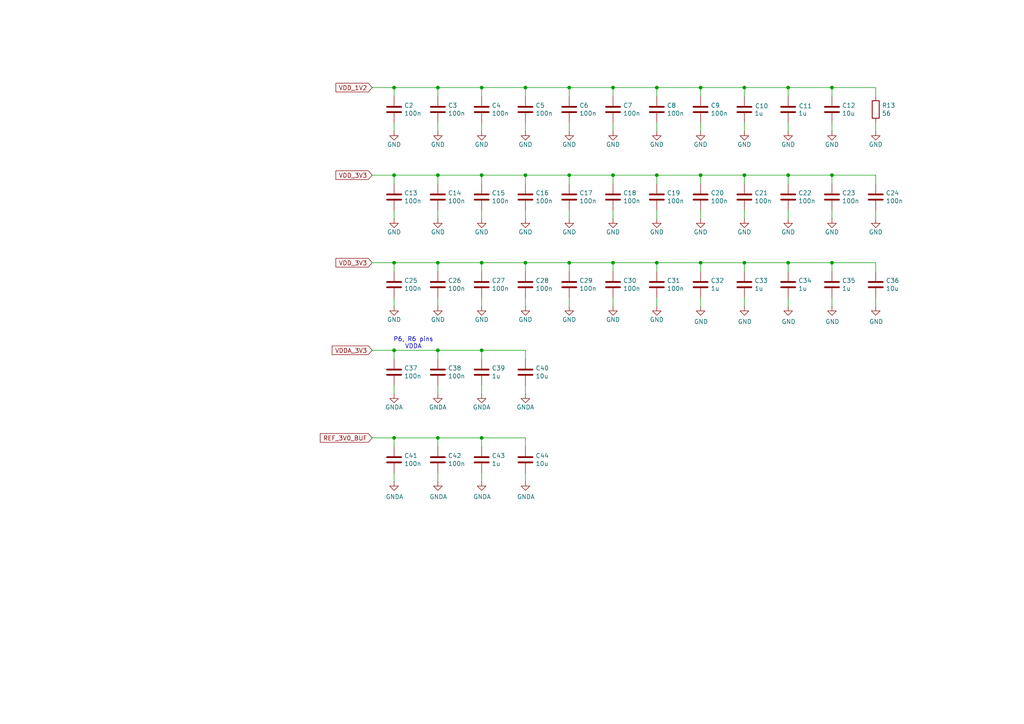
<source format=kicad_sch>
(kicad_sch (version 20231120) (generator "eeschema") (generator_version "8.0")
  (paper "A4")
  (title_block (title "Open MOtor DRiver Initiative  - Single Axis (OMODRI_SA)") (date "2025-03-06") (rev "1.0") (company "LAAS/CNRS"))
  (junction (at 165.1 25.4))
  (junction (at 228.6 50.8))
  (junction (at 228.6 76.2))
  (junction (at 139.7 76.2))
  (junction (at 114.3 127))
  (junction (at 215.9 25.4))
  (junction (at 139.7 50.8))
  (junction (at 114.3 101.6))
  (junction (at 190.5 25.4))
  (junction (at 165.1 50.8))
  (junction (at 241.3 50.8))
  (junction (at 241.3 76.2))
  (junction (at 127 127))
  (junction (at 139.7 101.6))
  (junction (at 203.2 76.2))
  (junction (at 114.3 50.8))
  (junction (at 114.3 25.4))
  (junction (at 152.4 25.4))
  (junction (at 241.3 25.4))
  (junction (at 152.4 50.8))
  (junction (at 177.8 50.8))
  (junction (at 203.2 50.8))
  (junction (at 165.1 76.2))
  (junction (at 152.4 76.2))
  (junction (at 215.9 76.2))
  (junction (at 177.8 25.4))
  (junction (at 127 50.8))
  (junction (at 203.2 25.4))
  (junction (at 190.5 50.8))
  (junction (at 190.5 76.2))
  (junction (at 114.3 76.2))
  (junction (at 215.9 50.8))
  (junction (at 127 76.2))
  (junction (at 127 25.4))
  (junction (at 139.7 25.4))
  (junction (at 177.8 76.2))
  (junction (at 139.7 127))
  (junction (at 228.6 25.4))
  (junction (at 127 101.6))
  (wire (pts (xy 215.9 25.4) (xy 215.9 27.94)))
  (wire (pts (xy 228.6 25.4) (xy 241.3 25.4)))
  (wire (pts (xy 127 104.14) (xy 127 101.6)))
  (wire (pts (xy 165.1 25.4) (xy 177.8 25.4)))
  (wire (pts (xy 177.8 63.5) (xy 177.8 60.96)))
  (wire (pts (xy 241.3 35.56) (xy 241.3 38.1)))
  (wire (pts (xy 215.9 63.5) (xy 215.9 60.96)))
  (wire (pts (xy 241.3 63.5) (xy 241.3 60.96)))
  (wire (pts (xy 139.7 76.2) (xy 139.7 78.74)))
  (wire (pts (xy 203.2 25.4) (xy 203.2 27.94)))
  (wire (pts (xy 228.6 76.2) (xy 228.6 78.74)))
  (wire (pts (xy 139.7 137.16) (xy 139.7 139.7)))
  (wire (pts (xy 114.3 104.14) (xy 114.3 101.6)))
  (wire (pts (xy 241.3 50.8) (xy 241.3 53.34)))
  (wire (pts (xy 114.3 127) (xy 127 127)))
  (wire (pts (xy 254 27.94) (xy 254 25.4)))
  (wire (pts (xy 139.7 88.9) (xy 139.7 86.36)))
  (wire (pts (xy 152.4 88.9) (xy 152.4 86.36)))
  (wire (pts (xy 114.3 137.16) (xy 114.3 139.7)))
  (wire (pts (xy 152.4 63.5) (xy 152.4 60.96)))
  (wire (pts (xy 139.7 101.6) (xy 152.4 101.6)))
  (wire (pts (xy 203.2 50.8) (xy 215.9 50.8)))
  (wire (pts (xy 165.1 76.2) (xy 165.1 78.74)))
  (wire (pts (xy 190.5 25.4) (xy 190.5 27.94)))
  (wire (pts (xy 165.1 25.4) (xy 165.1 27.94)))
  (wire (pts (xy 215.9 76.2) (xy 215.9 78.74)))
  (wire (pts (xy 254 63.5) (xy 254 60.96)))
  (wire (pts (xy 203.2 86.36) (xy 203.2 88.9)))
  (wire (pts (xy 114.3 76.2) (xy 114.3 78.74)))
  (wire (pts (xy 177.8 27.94) (xy 177.8 25.4)))
  (wire (pts (xy 139.7 111.76) (xy 139.7 114.3)))
  (wire (pts (xy 190.5 63.5) (xy 190.5 60.96)))
  (wire (pts (xy 228.6 86.36) (xy 228.6 88.9)))
  (wire (pts (xy 127 76.2) (xy 139.7 76.2)))
  (wire (pts (xy 241.3 76.2) (xy 254 76.2)))
  (wire (pts (xy 114.3 88.9) (xy 114.3 86.36)))
  (wire (pts (xy 165.1 50.8) (xy 177.8 50.8)))
  (wire (pts (xy 215.9 50.8) (xy 228.6 50.8)))
  (wire (pts (xy 203.2 63.5) (xy 203.2 60.96)))
  (wire (pts (xy 190.5 76.2) (xy 190.5 78.74)))
  (wire (pts (xy 114.3 25.4) (xy 107.95 25.4)))
  (wire (pts (xy 215.9 86.36) (xy 215.9 88.9)))
  (wire (pts (xy 139.7 127) (xy 139.7 129.54)))
  (wire (pts (xy 165.1 88.9) (xy 165.1 86.36)))
  (wire (pts (xy 139.7 50.8) (xy 152.4 50.8)))
  (wire (pts (xy 241.3 27.94) (xy 241.3 25.4)))
  (wire (pts (xy 139.7 127) (xy 152.4 127)))
  (wire (pts (xy 127 63.5) (xy 127 60.96)))
  (wire (pts (xy 190.5 25.4) (xy 203.2 25.4)))
  (wire (pts (xy 114.3 127) (xy 114.3 129.54)))
  (wire (pts (xy 228.6 50.8) (xy 228.6 53.34)))
  (wire (pts (xy 127 88.9) (xy 127 86.36)))
  (wire (pts (xy 228.6 50.8) (xy 241.3 50.8)))
  (wire (pts (xy 215.9 76.2) (xy 228.6 76.2)))
  (wire (pts (xy 254 86.36) (xy 254 88.9)))
  (wire (pts (xy 241.3 25.4) (xy 254 25.4)))
  (wire (pts (xy 127 101.6) (xy 139.7 101.6)))
  (wire (pts (xy 215.9 25.4) (xy 228.6 25.4)))
  (wire (pts (xy 127 127) (xy 139.7 127)))
  (wire (pts (xy 152.4 38.1) (xy 152.4 35.56)))
  (wire (pts (xy 127 127) (xy 127 129.54)))
  (wire (pts (xy 139.7 76.2) (xy 152.4 76.2)))
  (wire (pts (xy 114.3 27.94) (xy 114.3 25.4)))
  (wire (pts (xy 127 38.1) (xy 127 35.56)))
  (wire (pts (xy 165.1 76.2) (xy 177.8 76.2)))
  (wire (pts (xy 139.7 63.5) (xy 139.7 60.96)))
  (wire (pts (xy 177.8 76.2) (xy 177.8 78.74)))
  (wire (pts (xy 241.3 86.36) (xy 241.3 88.9)))
  (wire (pts (xy 165.1 63.5) (xy 165.1 60.96)))
  (wire (pts (xy 203.2 76.2) (xy 215.9 76.2)))
  (wire (pts (xy 241.3 50.8) (xy 254 50.8)))
  (wire (pts (xy 228.6 35.56) (xy 228.6 38.1)))
  (wire (pts (xy 215.9 35.56) (xy 215.9 38.1)))
  (wire (pts (xy 177.8 38.1) (xy 177.8 35.56)))
  (wire (pts (xy 190.5 38.1) (xy 190.5 35.56)))
  (wire (pts (xy 254 76.2) (xy 254 78.74)))
  (wire (pts (xy 127 76.2) (xy 127 78.74)))
  (wire (pts (xy 190.5 50.8) (xy 190.5 53.34)))
  (wire (pts (xy 228.6 25.4) (xy 228.6 27.94)))
  (wire (pts (xy 139.7 25.4) (xy 139.7 27.94)))
  (wire (pts (xy 127 50.8) (xy 127 53.34)))
  (wire (pts (xy 177.8 76.2) (xy 190.5 76.2)))
  (wire (pts (xy 254 38.1) (xy 254 35.56)))
  (wire (pts (xy 114.3 53.34) (xy 114.3 50.8)))
  (wire (pts (xy 203.2 53.34) (xy 203.2 50.8)))
  (wire (pts (xy 107.95 101.6) (xy 114.3 101.6)))
  (wire (pts (xy 127 50.8) (xy 139.7 50.8)))
  (wire (pts (xy 114.3 101.6) (xy 127 101.6)))
  (wire (pts (xy 127 137.16) (xy 127 139.7)))
  (wire (pts (xy 107.95 76.2) (xy 114.3 76.2)))
  (wire (pts (xy 215.9 50.8) (xy 215.9 53.34)))
  (wire (pts (xy 203.2 38.1) (xy 203.2 35.56)))
  (wire (pts (xy 177.8 88.9) (xy 177.8 86.36)))
  (wire (pts (xy 152.4 25.4) (xy 165.1 25.4)))
  (wire (pts (xy 228.6 76.2) (xy 241.3 76.2)))
  (wire (pts (xy 139.7 25.4) (xy 152.4 25.4)))
  (wire (pts (xy 190.5 88.9) (xy 190.5 86.36)))
  (wire (pts (xy 127 25.4) (xy 127 27.94)))
  (wire (pts (xy 107.95 127) (xy 114.3 127)))
  (wire (pts (xy 139.7 38.1) (xy 139.7 35.56)))
  (wire (pts (xy 139.7 101.6) (xy 139.7 104.14)))
  (wire (pts (xy 152.4 76.2) (xy 165.1 76.2)))
  (wire (pts (xy 114.3 50.8) (xy 107.95 50.8)))
  (wire (pts (xy 190.5 50.8) (xy 203.2 50.8)))
  (wire (pts (xy 114.3 50.8) (xy 127 50.8)))
  (wire (pts (xy 114.3 76.2) (xy 127 76.2)))
  (wire (pts (xy 114.3 38.1) (xy 114.3 35.56)))
  (wire (pts (xy 114.3 63.5) (xy 114.3 60.96)))
  (wire (pts (xy 152.4 50.8) (xy 152.4 53.34)))
  (wire (pts (xy 127 25.4) (xy 139.7 25.4)))
  (wire (pts (xy 190.5 76.2) (xy 203.2 76.2)))
  (wire (pts (xy 241.3 76.2) (xy 241.3 78.74)))
  (wire (pts (xy 152.4 25.4) (xy 152.4 27.94)))
  (wire (pts (xy 152.4 137.16) (xy 152.4 139.7)))
  (wire (pts (xy 127 114.3) (xy 127 111.76)))
  (wire (pts (xy 152.4 76.2) (xy 152.4 78.74)))
  (wire (pts (xy 165.1 38.1) (xy 165.1 35.56)))
  (wire (pts (xy 152.4 50.8) (xy 165.1 50.8)))
  (wire (pts (xy 114.3 114.3) (xy 114.3 111.76)))
  (wire (pts (xy 177.8 25.4) (xy 190.5 25.4)))
  (wire (pts (xy 152.4 127) (xy 152.4 129.54)))
  (wire (pts (xy 152.4 101.6) (xy 152.4 104.14)))
  (wire (pts (xy 165.1 50.8) (xy 165.1 53.34)))
  (wire (pts (xy 254 50.8) (xy 254 53.34)))
  (wire (pts (xy 152.4 111.76) (xy 152.4 114.3)))
  (wire (pts (xy 203.2 76.2) (xy 203.2 78.74)))
  (wire (pts (xy 177.8 50.8) (xy 177.8 53.34)))
  (wire (pts (xy 177.8 50.8) (xy 190.5 50.8)))
  (wire (pts (xy 139.7 50.8) (xy 139.7 53.34)))
  (wire (pts (xy 203.2 25.4) (xy 215.9 25.4)))
  (wire (pts (xy 228.6 63.5) (xy 228.6 60.96)))
  (wire (pts (xy 114.3 25.4) (xy 127 25.4)))
  (text "P6, R6 pins\nVDDA" (at 119.888 99.568 0) (effects (font (size 1.27 1.27))))
  (global_label "VDD_3V3" (shape input) (at 107.95 76.2 180) (property "Intersheetrefs" "${INTERSHEET_REFS}" (effects (hide yes))) (property "Références Inter-Feuilles" "${INTERSHEET_REFS}" (effects (hide yes))))
  (global_label "VDD_1V2" (shape input) (at 107.95 25.4 180) (property "Intersheetrefs" "${INTERSHEET_REFS}" (effects (hide yes))) (property "Références Inter-Feuilles" "${INTERSHEET_REFS}" (effects (hide yes))))
  (global_label "REF_3V0_BUF" (shape input) (at 107.95 127 180) (property "Intersheetrefs" "${INTERSHEET_REFS}" (effects (hide yes))) (property "Références Inter-Feuilles" "${INTERSHEET_REFS}" (effects (hide yes))))
  (global_label "VDD_3V3" (shape input) (at 107.95 50.8 180) (property "Intersheetrefs" "${INTERSHEET_REFS}" (effects (hide yes))) (property "Références Inter-Feuilles" "${INTERSHEET_REFS}" (effects (hide yes))))
  (global_label "VDDA_3V3" (shape input) (at 107.95 101.6 180) (property "Intersheetrefs" "${INTERSHEET_REFS}" (effects (hide yes))) (property "Références Inter-Feuilles" "${INTERSHEET_REFS}" (effects (hide yes))))
  (symbol (lib_id "Device:R") (at 254 31.75 0) (unit 1)
    (property "Reference" "R13" (at 255.778 30.5816 0) (effects (justify left)))
    (property "Value" "56" (at 255.778 32.893 0) (effects (justify left)))
    (property "Footprint" "Resistor_SMD:R_1206_3216Metric" (effects (hide yes)))
    (property "Datasheet" "https://industrial.panasonic.com/cdbs/www-data/pdf/RDA0000/AOA0000C304.pdf" (effects (hide yes)))
    (property "Description" "1206, 56Ω, 0.25W, ±1%, SMD  resistor" (effects (hide yes)))
    (property "DigiKey" "P56.0FCT-ND" (effects (hide yes)))
    (property "Farnell" "4014653" (effects (hide yes)))
    (property "Mouser" "667-ERJ-8ENF56R0V" (effects (hide yes)))
    (property "Part No" "ERJ8ENF56R0V" (effects (hide yes)))
    (property "LCSC" "C5735264" (effects (hide yes)))
    (property "Manufacturer" "PANASONIC" (effects (hide yes)))
    (property "Assembling" "SMD" (effects (hide yes)))
    (property "RS" "282-471" (effects (hide yes)))
  )
  (symbol (lib_id "Device:C") (at 177.8 31.75 0) (unit 1)
    (property "Reference" "C7" (at 180.721 30.5816 0) (effects (justify left)))
    (property "Value" "100n" (at 180.721 32.893 0) (effects (justify left)))
    (property "Footprint" "Capacitor_SMD:C_0201_0603Metric" (effects (hide yes)))
    (property "Datasheet" "https://www.murata.com/en-eu/products/productdetail?partno=GRM033R61E104KE14%23" (effects (hide yes)))
    (property "Description" "0201, 100nf, 25V,  ±10%, X5R, SMD MLCC" (effects (hide yes)))
    (property "Part No" "GRM033R61E104KE14D" (effects (hide yes)))
    (property "Farnell" "2990693" (effects (hide yes)))
    (property "RS" "185-2066" (effects (hide yes)))
    (property "Mouser" "81-GRM033R61E104KE4D" (effects (hide yes)))
    (property "DigiKey" "490-12686-1-ND" (effects (hide yes)))
    (property "LCSC" "C76939" (effects (hide yes)))
    (property "Manufacturer" "MURATA" (effects (hide yes)))
    (property "Assembling" "SMD" (effects (hide yes)))
  )
  (symbol (lib_id "Device:C") (at 190.5 31.75 0) (unit 1)
    (property "Reference" "C8" (at 193.421 30.5816 0) (effects (justify left)))
    (property "Value" "100n" (at 193.421 32.893 0) (effects (justify left)))
    (property "Footprint" "Capacitor_SMD:C_0201_0603Metric" (effects (hide yes)))
    (property "Datasheet" "https://www.murata.com/en-eu/products/productdetail?partno=GRM033R61E104KE14%23" (effects (hide yes)))
    (property "Description" "0201, 100nf, 25V,  ±10%, X5R, SMD MLCC" (effects (hide yes)))
    (property "Part No" "GRM033R61E104KE14D" (effects (hide yes)))
    (property "Farnell" "2990693" (effects (hide yes)))
    (property "RS" "185-2066" (effects (hide yes)))
    (property "Mouser" "81-GRM033R61E104KE4D" (effects (hide yes)))
    (property "DigiKey" "490-12686-1-ND" (effects (hide yes)))
    (property "LCSC" "C76939" (effects (hide yes)))
    (property "Manufacturer" "MURATA" (effects (hide yes)))
    (property "Assembling" "SMD" (effects (hide yes)))
  )
  (symbol (lib_id "Device:C") (at 114.3 57.15 0) (unit 1)
    (property "Reference" "C13" (at 117.221 55.9816 0) (effects (justify left)))
    (property "Value" "100n" (at 117.221 58.293 0) (effects (justify left)))
    (property "Footprint" "Capacitor_SMD:C_0201_0603Metric" (effects (hide yes)))
    (property "Datasheet" "https://www.murata.com/en-eu/products/productdetail?partno=GRM033R61E104KE14%23" (effects (hide yes)))
    (property "Description" "0201, 100nf, 25V,  ±10%, X5R, SMD MLCC" (effects (hide yes)))
    (property "Part No" "GRM033R61E104KE14D" (effects (hide yes)))
    (property "Farnell" "2990693" (effects (hide yes)))
    (property "RS" "185-2066" (effects (hide yes)))
    (property "Mouser" "81-GRM033R61E104KE4D" (effects (hide yes)))
    (property "DigiKey" "490-12686-1-ND" (effects (hide yes)))
    (property "LCSC" "C76939" (effects (hide yes)))
    (property "Manufacturer" "MURATA" (effects (hide yes)))
    (property "Assembling" "SMD" (effects (hide yes)))
  )
  (symbol (lib_id "Device:C") (at 127 57.15 0) (unit 1)
    (property "Reference" "C14" (at 129.921 55.9816 0) (effects (justify left)))
    (property "Value" "100n" (at 129.921 58.293 0) (effects (justify left)))
    (property "Footprint" "Capacitor_SMD:C_0201_0603Metric" (effects (hide yes)))
    (property "Datasheet" "https://www.murata.com/en-eu/products/productdetail?partno=GRM033R61E104KE14%23" (effects (hide yes)))
    (property "Description" "0201, 100nf, 25V,  ±10%, X5R, SMD MLCC" (effects (hide yes)))
    (property "Part No" "GRM033R61E104KE14D" (effects (hide yes)))
    (property "Farnell" "2990693" (effects (hide yes)))
    (property "RS" "185-2066" (effects (hide yes)))
    (property "Mouser" "81-GRM033R61E104KE4D" (effects (hide yes)))
    (property "DigiKey" "490-12686-1-ND" (effects (hide yes)))
    (property "LCSC" "C76939" (effects (hide yes)))
    (property "Manufacturer" "MURATA" (effects (hide yes)))
    (property "Assembling" "SMD" (effects (hide yes)))
  )
  (symbol (lib_id "Device:C") (at 139.7 57.15 0) (unit 1)
    (property "Reference" "C15" (at 142.621 55.9816 0) (effects (justify left)))
    (property "Value" "100n" (at 142.621 58.293 0) (effects (justify left)))
    (property "Footprint" "Capacitor_SMD:C_0201_0603Metric" (effects (hide yes)))
    (property "Datasheet" "https://www.murata.com/en-eu/products/productdetail?partno=GRM033R61E104KE14%23" (effects (hide yes)))
    (property "Description" "0201, 100nf, 25V,  ±10%, X5R, SMD MLCC" (effects (hide yes)))
    (property "Part No" "GRM033R61E104KE14D" (effects (hide yes)))
    (property "Farnell" "2990693" (effects (hide yes)))
    (property "RS" "185-2066" (effects (hide yes)))
    (property "Mouser" "81-GRM033R61E104KE4D" (effects (hide yes)))
    (property "DigiKey" "490-12686-1-ND" (effects (hide yes)))
    (property "LCSC" "C76939" (effects (hide yes)))
    (property "Manufacturer" "MURATA" (effects (hide yes)))
    (property "Assembling" "SMD" (effects (hide yes)))
  )
  (symbol (lib_id "Device:C") (at 152.4 57.15 0) (unit 1)
    (property "Reference" "C16" (at 155.321 55.9816 0) (effects (justify left)))
    (property "Value" "100n" (at 155.321 58.293 0) (effects (justify left)))
    (property "Footprint" "Capacitor_SMD:C_0201_0603Metric" (effects (hide yes)))
    (property "Datasheet" "https://www.murata.com/en-eu/products/productdetail?partno=GRM033R61E104KE14%23" (effects (hide yes)))
    (property "Description" "0201, 100nf, 25V,  ±10%, X5R, SMD MLCC" (effects (hide yes)))
    (property "Part No" "GRM033R61E104KE14D" (effects (hide yes)))
    (property "Farnell" "2990693" (effects (hide yes)))
    (property "RS" "185-2066" (effects (hide yes)))
    (property "Mouser" "81-GRM033R61E104KE4D" (effects (hide yes)))
    (property "DigiKey" "490-12686-1-ND" (effects (hide yes)))
    (property "LCSC" "C76939" (effects (hide yes)))
    (property "Manufacturer" "MURATA" (effects (hide yes)))
    (property "Assembling" "SMD" (effects (hide yes)))
  )
  (symbol (lib_id "Device:C") (at 165.1 57.15 0) (unit 1)
    (property "Reference" "C17" (at 168.021 55.9816 0) (effects (justify left)))
    (property "Value" "100n" (at 168.021 58.293 0) (effects (justify left)))
    (property "Footprint" "Capacitor_SMD:C_0201_0603Metric" (effects (hide yes)))
    (property "Datasheet" "https://www.murata.com/en-eu/products/productdetail?partno=GRM033R61E104KE14%23" (effects (hide yes)))
    (property "Description" "0201, 100nf, 25V,  ±10%, X5R, SMD MLCC" (effects (hide yes)))
    (property "Part No" "GRM033R61E104KE14D" (effects (hide yes)))
    (property "Farnell" "2990693" (effects (hide yes)))
    (property "RS" "185-2066" (effects (hide yes)))
    (property "Mouser" "81-GRM033R61E104KE4D" (effects (hide yes)))
    (property "DigiKey" "490-12686-1-ND" (effects (hide yes)))
    (property "LCSC" "C76939" (effects (hide yes)))
    (property "Manufacturer" "MURATA" (effects (hide yes)))
    (property "Assembling" "SMD" (effects (hide yes)))
  )
  (symbol (lib_id "Device:C") (at 177.8 57.15 0) (unit 1)
    (property "Reference" "C18" (at 180.721 55.9816 0) (effects (justify left)))
    (property "Value" "100n" (at 180.721 58.293 0) (effects (justify left)))
    (property "Footprint" "Capacitor_SMD:C_0201_0603Metric" (effects (hide yes)))
    (property "Datasheet" "https://www.murata.com/en-eu/products/productdetail?partno=GRM033R61E104KE14%23" (effects (hide yes)))
    (property "Description" "0201, 100nf, 25V,  ±10%, X5R, SMD MLCC" (effects (hide yes)))
    (property "Part No" "GRM033R61E104KE14D" (effects (hide yes)))
    (property "Farnell" "2990693" (effects (hide yes)))
    (property "RS" "185-2066" (effects (hide yes)))
    (property "Mouser" "81-GRM033R61E104KE4D" (effects (hide yes)))
    (property "DigiKey" "490-12686-1-ND" (effects (hide yes)))
    (property "LCSC" "C76939" (effects (hide yes)))
    (property "Manufacturer" "MURATA" (effects (hide yes)))
    (property "Assembling" "SMD" (effects (hide yes)))
  )
  (symbol (lib_id "Device:C") (at 190.5 57.15 0) (unit 1)
    (property "Reference" "C19" (at 193.421 55.9816 0) (effects (justify left)))
    (property "Value" "100n" (at 193.421 58.293 0) (effects (justify left)))
    (property "Footprint" "Capacitor_SMD:C_0201_0603Metric" (effects (hide yes)))
    (property "Datasheet" "https://www.murata.com/en-eu/products/productdetail?partno=GRM033R61E104KE14%23" (effects (hide yes)))
    (property "Description" "0201, 100nf, 25V,  ±10%, X5R, SMD MLCC" (effects (hide yes)))
    (property "Part No" "GRM033R61E104KE14D" (effects (hide yes)))
    (property "Farnell" "2990693" (effects (hide yes)))
    (property "RS" "185-2066" (effects (hide yes)))
    (property "Mouser" "81-GRM033R61E104KE4D" (effects (hide yes)))
    (property "DigiKey" "490-12686-1-ND" (effects (hide yes)))
    (property "LCSC" "C76939" (effects (hide yes)))
    (property "Manufacturer" "MURATA" (effects (hide yes)))
    (property "Assembling" "SMD" (effects (hide yes)))
  )
  (symbol (lib_id "Device:C") (at 203.2 57.15 0) (unit 1)
    (property "Reference" "C20" (at 206.121 55.9816 0) (effects (justify left)))
    (property "Value" "100n" (at 206.121 58.293 0) (effects (justify left)))
    (property "Footprint" "Capacitor_SMD:C_0201_0603Metric" (effects (hide yes)))
    (property "Datasheet" "https://www.murata.com/en-eu/products/productdetail?partno=GRM033R61E104KE14%23" (effects (hide yes)))
    (property "Description" "0201, 100nf, 25V,  ±10%, X5R, SMD MLCC" (effects (hide yes)))
    (property "Part No" "GRM033R61E104KE14D" (effects (hide yes)))
    (property "Farnell" "2990693" (effects (hide yes)))
    (property "RS" "185-2066" (effects (hide yes)))
    (property "Mouser" "81-GRM033R61E104KE4D" (effects (hide yes)))
    (property "DigiKey" "490-12686-1-ND" (effects (hide yes)))
    (property "LCSC" "C76939" (effects (hide yes)))
    (property "Manufacturer" "MURATA" (effects (hide yes)))
    (property "Assembling" "SMD" (effects (hide yes)))
  )
  (symbol (lib_id "Device:C") (at 165.1 82.55 0) (unit 1)
    (property "Reference" "C29" (at 168.021 81.3816 0) (effects (justify left)))
    (property "Value" "100n" (at 168.021 83.693 0) (effects (justify left)))
    (property "Footprint" "Capacitor_SMD:C_0201_0603Metric" (effects (hide yes)))
    (property "Datasheet" "https://www.murata.com/en-eu/products/productdetail?partno=GRM033R61E104KE14%23" (effects (hide yes)))
    (property "Description" "0201, 100nf, 25V,  ±10%, X5R, SMD MLCC" (effects (hide yes)))
    (property "Part No" "GRM033R61E104KE14D" (effects (hide yes)))
    (property "Farnell" "2990693" (effects (hide yes)))
    (property "RS" "185-2066" (effects (hide yes)))
    (property "Mouser" "81-GRM033R61E104KE4D" (effects (hide yes)))
    (property "DigiKey" "490-12686-1-ND" (effects (hide yes)))
    (property "LCSC" "C76939" (effects (hide yes)))
    (property "Manufacturer" "MURATA" (effects (hide yes)))
    (property "Assembling" "SMD" (effects (hide yes)))
  )
  (symbol (lib_id "Device:C") (at 177.8 82.55 0) (unit 1)
    (property "Reference" "C30" (at 180.721 81.3816 0) (effects (justify left)))
    (property "Value" "100n" (at 180.721 83.693 0) (effects (justify left)))
    (property "Footprint" "Capacitor_SMD:C_0201_0603Metric" (effects (hide yes)))
    (property "Datasheet" "https://www.murata.com/en-eu/products/productdetail?partno=GRM033R61E104KE14%23" (effects (hide yes)))
    (property "Description" "0201, 100nf, 25V,  ±10%, X5R, SMD MLCC" (effects (hide yes)))
    (property "Part No" "GRM033R61E104KE14D" (effects (hide yes)))
    (property "Farnell" "2990693" (effects (hide yes)))
    (property "RS" "185-2066" (effects (hide yes)))
    (property "Mouser" "81-GRM033R61E104KE4D" (effects (hide yes)))
    (property "DigiKey" "490-12686-1-ND" (effects (hide yes)))
    (property "LCSC" "C76939" (effects (hide yes)))
    (property "Manufacturer" "MURATA" (effects (hide yes)))
    (property "Assembling" "SMD" (effects (hide yes)))
  )
  (symbol (lib_id "Device:C") (at 190.5 82.55 0) (unit 1)
    (property "Reference" "C31" (at 193.421 81.3816 0) (effects (justify left)))
    (property "Value" "100n" (at 193.421 83.693 0) (effects (justify left)))
    (property "Footprint" "Capacitor_SMD:C_0201_0603Metric" (effects (hide yes)))
    (property "Datasheet" "https://www.murata.com/en-eu/products/productdetail?partno=GRM033R61E104KE14%23" (effects (hide yes)))
    (property "Description" "0201, 100nf, 25V,  ±10%, X5R, SMD MLCC" (effects (hide yes)))
    (property "Part No" "GRM033R61E104KE14D" (effects (hide yes)))
    (property "Farnell" "2990693" (effects (hide yes)))
    (property "RS" "185-2066" (effects (hide yes)))
    (property "Mouser" "81-GRM033R61E104KE4D" (effects (hide yes)))
    (property "DigiKey" "490-12686-1-ND" (effects (hide yes)))
    (property "LCSC" "C76939" (effects (hide yes)))
    (property "Manufacturer" "MURATA" (effects (hide yes)))
    (property "Assembling" "SMD" (effects (hide yes)))
  )
  (symbol (lib_id "Device:C") (at 127 82.55 0) (unit 1)
    (property "Reference" "C26" (at 129.921 81.3816 0) (effects (justify left)))
    (property "Value" "100n" (at 129.921 83.693 0) (effects (justify left)))
    (property "Footprint" "Capacitor_SMD:C_0201_0603Metric" (effects (hide yes)))
    (property "Datasheet" "https://www.murata.com/en-eu/products/productdetail?partno=GRM033R61E104KE14%23" (effects (hide yes)))
    (property "Description" "0201, 100nf, 25V,  ±10%, X5R, SMD MLCC" (effects (hide yes)))
    (property "Part No" "GRM033R61E104KE14D" (effects (hide yes)))
    (property "Farnell" "2990693" (effects (hide yes)))
    (property "RS" "185-2066" (effects (hide yes)))
    (property "Mouser" "81-GRM033R61E104KE4D" (effects (hide yes)))
    (property "DigiKey" "490-12686-1-ND" (effects (hide yes)))
    (property "LCSC" "C76939" (effects (hide yes)))
    (property "Manufacturer" "MURATA" (effects (hide yes)))
    (property "Assembling" "SMD" (effects (hide yes)))
  )
  (symbol (lib_id "Device:C") (at 114.3 31.75 0) (unit 1)
    (property "Reference" "C2" (at 117.221 30.5816 0) (effects (justify left)))
    (property "Value" "100n" (at 117.221 32.893 0) (effects (justify left)))
    (property "Footprint" "Capacitor_SMD:C_0201_0603Metric" (effects (hide yes)))
    (property "Datasheet" "https://www.murata.com/en-eu/products/productdetail?partno=GRM033R61E104KE14%23" (effects (hide yes)))
    (property "Description" "0201, 100nf, 25V,  ±10%, X5R, SMD MLCC" (effects (hide yes)))
    (property "Part No" "GRM033R61E104KE14D" (effects (hide yes)))
    (property "Farnell" "2990693" (effects (hide yes)))
    (property "RS" "185-2066" (effects (hide yes)))
    (property "Mouser" "81-GRM033R61E104KE4D" (effects (hide yes)))
    (property "DigiKey" "490-12686-1-ND" (effects (hide yes)))
    (property "LCSC" "C76939" (effects (hide yes)))
    (property "Manufacturer" "MURATA" (effects (hide yes)))
    (property "Assembling" "SMD" (effects (hide yes)))
  )
  (symbol (lib_id "Device:C") (at 127 31.75 0) (unit 1)
    (property "Reference" "C3" (at 129.921 30.5816 0) (effects (justify left)))
    (property "Value" "100n" (at 129.921 32.893 0) (effects (justify left)))
    (property "Footprint" "Capacitor_SMD:C_0201_0603Metric" (effects (hide yes)))
    (property "Datasheet" "https://www.murata.com/en-eu/products/productdetail?partno=GRM033R61E104KE14%23" (effects (hide yes)))
    (property "Description" "0201, 100nf, 25V,  ±10%, X5R, SMD MLCC" (effects (hide yes)))
    (property "Part No" "GRM033R61E104KE14D" (effects (hide yes)))
    (property "Farnell" "2990693" (effects (hide yes)))
    (property "RS" "185-2066" (effects (hide yes)))
    (property "Mouser" "81-GRM033R61E104KE4D" (effects (hide yes)))
    (property "DigiKey" "490-12686-1-ND" (effects (hide yes)))
    (property "LCSC" "C76939" (effects (hide yes)))
    (property "Manufacturer" "MURATA" (effects (hide yes)))
    (property "Assembling" "SMD" (effects (hide yes)))
  )
  (symbol (lib_id "Device:C") (at 139.7 31.75 0) (unit 1)
    (property "Reference" "C4" (at 142.621 30.5816 0) (effects (justify left)))
    (property "Value" "100n" (at 142.621 32.893 0) (effects (justify left)))
    (property "Footprint" "Capacitor_SMD:C_0201_0603Metric" (effects (hide yes)))
    (property "Datasheet" "https://www.murata.com/en-eu/products/productdetail?partno=GRM033R61E104KE14%23" (effects (hide yes)))
    (property "Description" "0201, 100nf, 25V,  ±10%, X5R, SMD MLCC" (effects (hide yes)))
    (property "Part No" "GRM033R61E104KE14D" (effects (hide yes)))
    (property "Farnell" "2990693" (effects (hide yes)))
    (property "RS" "185-2066" (effects (hide yes)))
    (property "Mouser" "81-GRM033R61E104KE4D" (effects (hide yes)))
    (property "DigiKey" "490-12686-1-ND" (effects (hide yes)))
    (property "LCSC" "C76939" (effects (hide yes)))
    (property "Manufacturer" "MURATA" (effects (hide yes)))
    (property "Assembling" "SMD" (effects (hide yes)))
  )
  (symbol (lib_id "Device:C") (at 152.4 31.75 0) (unit 1)
    (property "Reference" "C5" (at 155.321 30.5816 0) (effects (justify left)))
    (property "Value" "100n" (at 155.321 32.893 0) (effects (justify left)))
    (property "Footprint" "Capacitor_SMD:C_0201_0603Metric" (effects (hide yes)))
    (property "Datasheet" "https://www.murata.com/en-eu/products/productdetail?partno=GRM033R61E104KE14%23" (effects (hide yes)))
    (property "Description" "0201, 100nf, 25V,  ±10%, X5R, SMD MLCC" (effects (hide yes)))
    (property "Part No" "GRM033R61E104KE14D" (effects (hide yes)))
    (property "Farnell" "2990693" (effects (hide yes)))
    (property "RS" "185-2066" (effects (hide yes)))
    (property "Mouser" "81-GRM033R61E104KE4D" (effects (hide yes)))
    (property "DigiKey" "490-12686-1-ND" (effects (hide yes)))
    (property "LCSC" "C76939" (effects (hide yes)))
    (property "Manufacturer" "MURATA" (effects (hide yes)))
    (property "Assembling" "SMD" (effects (hide yes)))
  )
  (symbol (lib_id "Device:C") (at 165.1 31.75 0) (unit 1)
    (property "Reference" "C6" (at 168.021 30.5816 0) (effects (justify left)))
    (property "Value" "100n" (at 168.021 32.893 0) (effects (justify left)))
    (property "Footprint" "Capacitor_SMD:C_0201_0603Metric" (effects (hide yes)))
    (property "Datasheet" "https://www.murata.com/en-eu/products/productdetail?partno=GRM033R61E104KE14%23" (effects (hide yes)))
    (property "Description" "0201, 100nf, 25V,  ±10%, X5R, SMD MLCC" (effects (hide yes)))
    (property "Part No" "GRM033R61E104KE14D" (effects (hide yes)))
    (property "Farnell" "2990693" (effects (hide yes)))
    (property "RS" "185-2066" (effects (hide yes)))
    (property "Mouser" "81-GRM033R61E104KE4D" (effects (hide yes)))
    (property "DigiKey" "490-12686-1-ND" (effects (hide yes)))
    (property "LCSC" "C76939" (effects (hide yes)))
    (property "Manufacturer" "MURATA" (effects (hide yes)))
    (property "Assembling" "SMD" (effects (hide yes)))
  )
  (symbol (lib_id "Device:C") (at 139.7 82.55 0) (unit 1)
    (property "Reference" "C27" (at 142.621 81.3816 0) (effects (justify left)))
    (property "Value" "100n" (at 142.621 83.693 0) (effects (justify left)))
    (property "Footprint" "Capacitor_SMD:C_0201_0603Metric" (effects (hide yes)))
    (property "Datasheet" "https://www.murata.com/en-eu/products/productdetail?partno=GRM033R61E104KE14%23" (effects (hide yes)))
    (property "Description" "0201, 100nf, 25V,  ±10%, X5R, SMD MLCC" (effects (hide yes)))
    (property "Part No" "GRM033R61E104KE14D" (effects (hide yes)))
    (property "Farnell" "2990693" (effects (hide yes)))
    (property "RS" "185-2066" (effects (hide yes)))
    (property "Mouser" "81-GRM033R61E104KE4D" (effects (hide yes)))
    (property "DigiKey" "490-12686-1-ND" (effects (hide yes)))
    (property "LCSC" "C76939" (effects (hide yes)))
    (property "Manufacturer" "MURATA" (effects (hide yes)))
    (property "Assembling" "SMD" (effects (hide yes)))
  )
  (symbol (lib_id "Device:C") (at 152.4 82.55 0) (unit 1)
    (property "Reference" "C28" (at 155.321 81.3816 0) (effects (justify left)))
    (property "Value" "100n" (at 155.321 83.693 0) (effects (justify left)))
    (property "Footprint" "Capacitor_SMD:C_0201_0603Metric" (effects (hide yes)))
    (property "Datasheet" "https://www.murata.com/en-eu/products/productdetail?partno=GRM033R61E104KE14%23" (effects (hide yes)))
    (property "Description" "0201, 100nf, 25V,  ±10%, X5R, SMD MLCC" (effects (hide yes)))
    (property "Part No" "GRM033R61E104KE14D" (effects (hide yes)))
    (property "Farnell" "2990693" (effects (hide yes)))
    (property "RS" "185-2066" (effects (hide yes)))
    (property "Mouser" "81-GRM033R61E104KE4D" (effects (hide yes)))
    (property "DigiKey" "490-12686-1-ND" (effects (hide yes)))
    (property "LCSC" "C76939" (effects (hide yes)))
    (property "Manufacturer" "MURATA" (effects (hide yes)))
    (property "Assembling" "SMD" (effects (hide yes)))
  )
  (symbol (lib_id "Device:C") (at 215.9 31.75 0) (unit 1)
    (property "Reference" "C10" (at 218.948 30.734 0) (effects (justify left)))
    (property "Value" "1u" (at 218.821 32.893 0) (effects (justify left)))
    (property "Footprint" "Capacitor_SMD:C_0201_0603Metric" (effects (hide yes)))
    (property "Datasheet" "https://www.murata.com/en-eu/products/productdetail?partno=GRM033C81A105ME05%23" (effects (hide yes)))
    (property "Description" "0201, 1uf, 10V,  ±20%, X6S, SMD MLCC" (effects (hide yes)))
    (property "DigiKey" "490-13219-1-ND" (effects (hide yes)))
    (property "Farnell" "3243316" (effects (hide yes)))
    (property "Mouser" "81-GRM033C81A105ME5D" (effects (hide yes)))
    (property "Part No" "GRM033C81A105ME05D" (effects (hide yes)))
    (property "LCSC" "C237278" (effects (hide yes)))
    (property "Manufacturer" "MURATA" (effects (hide yes)))
    (property "Assembling" "SMD" (effects (hide yes)))
  )
  (symbol (lib_id "Device:C") (at 228.6 82.55 0) (unit 1)
    (property "Reference" "C34" (at 231.521 81.3816 0) (effects (justify left)))
    (property "Value" "1u" (at 231.521 83.693 0) (effects (justify left)))
    (property "Footprint" "Capacitor_SMD:C_0201_0603Metric" (effects (hide yes)))
    (property "Datasheet" "https://www.murata.com/en-eu/products/productdetail?partno=GRM033C81A105ME05%23" (effects (hide yes)))
    (property "Description" "0201, 1uf, 10V,  ±20%, X6S, SMD MLCC" (effects (hide yes)))
    (property "DigiKey" "490-13219-1-ND" (effects (hide yes)))
    (property "Farnell" "3243316" (effects (hide yes)))
    (property "Mouser" "81-GRM033C81A105ME5D" (effects (hide yes)))
    (property "Part No" "GRM033C81A105ME05D" (effects (hide yes)))
    (property "LCSC" "C237278" (effects (hide yes)))
    (property "Manufacturer" "MURATA" (effects (hide yes)))
    (property "Assembling" "SMD" (effects (hide yes)))
  )
  (symbol (lib_id "power:GND") (at 228.6 63.5 0) (unit 1)
    (property "Reference" "#PWR040" (effects (hide yes)))
    (property "Value" "GND" (at 228.6 67.31 0))
    (property "Description" "Power symbol creates a global label with name \"GND\" , ground" (effects (hide yes)))
  )
  (symbol (lib_id "power:GND") (at 165.1 63.5 0) (unit 1)
    (property "Reference" "#PWR035" (effects (hide yes)))
    (property "Value" "GND" (at 165.1 67.31 0))
    (property "Description" "Power symbol creates a global label with name \"GND\" , ground" (effects (hide yes)))
  )
  (symbol (lib_id "Device:C") (at 241.3 31.75 0) (unit 1)
    (property "Reference" "C12" (at 244.221 30.5816 0) (effects (justify left)))
    (property "Value" "10u" (at 244.221 32.893 0) (effects (justify left)))
    (property "Footprint" "Capacitor_SMD:C_0402_1005Metric" (effects (hide yes)))
    (property "Datasheet" "https://www.murata.com/en-eu/products/productdetail?partno=GRM155R61A106ME11%23" (effects (hide yes)))
    (property "Description" "0402, 10uf, 10V,  ±20%, X5R, SMD MLCC" (effects (hide yes)))
    (property "DigiKey" "490-GRM155R61A106ME11DCT-ND" (effects (hide yes)))
    (property "Farnell" "3785802" (effects (hide yes)))
    (property "Mouser" "81-GRM155R61A106ME1D" (effects (hide yes)))
    (property "Part No" "GRM155R61A106ME11D" (effects (hide yes)))
    (property "RS" "260-8765" (effects (hide yes)))
    (property "LCSC" "C408132" (effects (hide yes)))
    (property "Manufacturer" "MURATA" (effects (hide yes)))
    (property "Assembling" "SMD" (effects (hide yes)))
  )
  (symbol (lib_id "power:GNDA") (at 139.7 139.7 0) (unit 1)
    (property "Reference" "#PWR061" (effects (hide yes)))
    (property "Value" "GNDA" (at 139.827 144.0942 0))
    (property "Description" "Power symbol creates a global label with name \"GNDA\" , analog ground" (effects (hide yes)))
  )
  (symbol (lib_id "Device:C") (at 241.3 82.55 0) (unit 1)
    (property "Reference" "C35" (at 244.221 81.3816 0) (effects (justify left)))
    (property "Value" "1u" (at 244.221 83.693 0) (effects (justify left)))
    (property "Footprint" "Capacitor_SMD:C_0201_0603Metric" (effects (hide yes)))
    (property "Datasheet" "https://www.murata.com/en-eu/products/productdetail?partno=GRM033C81A105ME05%23" (effects (hide yes)))
    (property "Description" "0201, 1uf, 10V,  ±20%, X6S, SMD MLCC" (effects (hide yes)))
    (property "DigiKey" "490-13219-1-ND" (effects (hide yes)))
    (property "Farnell" "3243316" (effects (hide yes)))
    (property "Mouser" "81-GRM033C81A105ME5D" (effects (hide yes)))
    (property "Part No" "GRM033C81A105ME05D" (effects (hide yes)))
    (property "LCSC" "C237278" (effects (hide yes)))
    (property "Manufacturer" "MURATA" (effects (hide yes)))
    (property "Assembling" "SMD" (effects (hide yes)))
  )
  (symbol (lib_id "power:GNDA") (at 152.4 139.7 0) (unit 1)
    (property "Reference" "#PWR062" (effects (hide yes)))
    (property "Value" "GNDA" (at 152.527 144.0942 0))
    (property "Description" "Power symbol creates a global label with name \"GNDA\" , analog ground" (effects (hide yes)))
  )
  (symbol (lib_id "Device:C") (at 152.4 107.95 0) (unit 1)
    (property "Reference" "C40" (at 155.321 106.7816 0) (effects (justify left)))
    (property "Value" "10u" (at 155.321 109.093 0) (effects (justify left)))
    (property "Footprint" "Capacitor_SMD:C_0402_1005Metric" (effects (hide yes)))
    (property "Datasheet" "https://www.murata.com/en-eu/products/productdetail?partno=GRM155R61A106ME11%23" (effects (hide yes)))
    (property "Description" "0402, 10uf, 10V,  ±20%, X5R, SMD MLCC" (effects (hide yes)))
    (property "DigiKey" "490-GRM155R61A106ME11DCT-ND" (effects (hide yes)))
    (property "Farnell" "3785802" (effects (hide yes)))
    (property "Mouser" "81-GRM155R61A106ME1D" (effects (hide yes)))
    (property "Part No" "GRM155R61A106ME11D" (effects (hide yes)))
    (property "RS" "260-8765" (effects (hide yes)))
    (property "LCSC" "C408132" (effects (hide yes)))
    (property "Manufacturer" "MURATA" (effects (hide yes)))
    (property "Assembling" "SMD" (effects (hide yes)))
  )
  (symbol (lib_id "Device:C") (at 203.2 31.75 0) (unit 1)
    (property "Reference" "C9" (at 206.121 30.5816 0) (effects (justify left)))
    (property "Value" "100n" (at 206.121 32.893 0) (effects (justify left)))
    (property "Footprint" "Capacitor_SMD:C_0201_0603Metric" (effects (hide yes)))
    (property "Datasheet" "https://www.murata.com/en-eu/products/productdetail?partno=GRM033R61E104KE14%23" (effects (hide yes)))
    (property "Description" "0201, 100nf, 25V,  ±10%, X5R, SMD MLCC" (effects (hide yes)))
    (property "Part No" "GRM033R61E104KE14D" (effects (hide yes)))
    (property "Farnell" "2990693" (effects (hide yes)))
    (property "RS" "185-2066" (effects (hide yes)))
    (property "Mouser" "81-GRM033R61E104KE4D" (effects (hide yes)))
    (property "DigiKey" "490-12686-1-ND" (effects (hide yes)))
    (property "LCSC" "C76939" (effects (hide yes)))
    (property "Manufacturer" "MURATA" (effects (hide yes)))
    (property "Assembling" "SMD" (effects (hide yes)))
  )
  (symbol (lib_id "power:GND") (at 215.9 63.5 0) (unit 1)
    (property "Reference" "#PWR039" (effects (hide yes)))
    (property "Value" "GND" (at 215.9 67.31 0))
    (property "Description" "Power symbol creates a global label with name \"GND\" , ground" (effects (hide yes)))
  )
  (symbol (lib_id "power:GND") (at 254 88.9 0) (unit 1)
    (property "Reference" "#PWR054" (effects (hide yes)))
    (property "Value" "GND" (at 254.127 93.2942 0))
    (property "Description" "Power symbol creates a global label with name \"GND\" , ground" (effects (hide yes)))
  )
  (symbol (lib_id "power:GND") (at 203.2 88.9 0) (unit 1)
    (property "Reference" "#PWR050" (effects (hide yes)))
    (property "Value" "GND" (at 203.327 93.2942 0))
    (property "Description" "Power symbol creates a global label with name \"GND\" , ground" (effects (hide yes)))
  )
  (symbol (lib_id "Device:C") (at 114.3 82.55 0) (unit 1)
    (property "Reference" "C25" (at 117.221 81.3816 0) (effects (justify left)))
    (property "Value" "100n" (at 117.221 83.693 0) (effects (justify left)))
    (property "Footprint" "Capacitor_SMD:C_0201_0603Metric" (effects (hide yes)))
    (property "Datasheet" "https://www.murata.com/en-eu/products/productdetail?partno=GRM033R61E104KE14%23" (effects (hide yes)))
    (property "Description" "0201, 100nf, 25V,  ±10%, X5R, SMD MLCC" (effects (hide yes)))
    (property "Part No" "GRM033R61E104KE14D" (effects (hide yes)))
    (property "Farnell" "2990693" (effects (hide yes)))
    (property "RS" "185-2066" (effects (hide yes)))
    (property "Mouser" "81-GRM033R61E104KE4D" (effects (hide yes)))
    (property "DigiKey" "490-12686-1-ND" (effects (hide yes)))
    (property "LCSC" "C76939" (effects (hide yes)))
    (property "Manufacturer" "MURATA" (effects (hide yes)))
    (property "Assembling" "SMD" (effects (hide yes)))
  )
  (symbol (lib_id "Device:C") (at 215.9 82.55 0) (unit 1)
    (property "Reference" "C33" (at 218.821 81.3816 0) (effects (justify left)))
    (property "Value" "1u" (at 218.821 83.693 0) (effects (justify left)))
    (property "Footprint" "Capacitor_SMD:C_0201_0603Metric" (effects (hide yes)))
    (property "Datasheet" "https://www.murata.com/en-eu/products/productdetail?partno=GRM033C81A105ME05%23" (effects (hide yes)))
    (property "Description" "0201, 1uf, 10V,  ±20%, X6S, SMD MLCC" (effects (hide yes)))
    (property "DigiKey" "490-13219-1-ND" (effects (hide yes)))
    (property "Farnell" "3243316" (effects (hide yes)))
    (property "Mouser" "81-GRM033C81A105ME5D" (effects (hide yes)))
    (property "Part No" "GRM033C81A105ME05D" (effects (hide yes)))
    (property "LCSC" "C237278" (effects (hide yes)))
    (property "Manufacturer" "MURATA" (effects (hide yes)))
    (property "Assembling" "SMD" (effects (hide yes)))
  )
  (symbol (lib_id "power:GND") (at 139.7 38.1 0) (unit 1)
    (property "Reference" "#PWR020" (effects (hide yes)))
    (property "Value" "GND" (at 139.7 41.91 0))
    (property "Description" "Power symbol creates a global label with name \"GND\" , ground" (effects (hide yes)))
  )
  (symbol (lib_id "power:GND") (at 165.1 38.1 0) (unit 1)
    (property "Reference" "#PWR022" (effects (hide yes)))
    (property "Value" "GND" (at 165.1 41.91 0))
    (property "Description" "Power symbol creates a global label with name \"GND\" , ground" (effects (hide yes)))
  )
  (symbol (lib_id "power:GND") (at 241.3 63.5 0) (unit 1)
    (property "Reference" "#PWR041" (effects (hide yes)))
    (property "Value" "GND" (at 241.3 67.31 0))
    (property "Description" "Power symbol creates a global label with name \"GND\" , ground" (effects (hide yes)))
  )
  (symbol (lib_id "Device:C") (at 139.7 107.95 0) (unit 1)
    (property "Reference" "C39" (at 142.621 106.7816 0) (effects (justify left)))
    (property "Value" "1u" (at 142.621 109.093 0) (effects (justify left)))
    (property "Footprint" "Capacitor_SMD:C_0201_0603Metric" (effects (hide yes)))
    (property "Datasheet" "https://www.murata.com/en-eu/products/productdetail?partno=GRM033C81A105ME05%23" (effects (hide yes)))
    (property "Description" "0201, 1uf, 10V,  ±20%, X6S, SMD MLCC" (effects (hide yes)))
    (property "DigiKey" "490-13219-1-ND" (effects (hide yes)))
    (property "Farnell" "3243316" (effects (hide yes)))
    (property "Mouser" "81-GRM033C81A105ME5D" (effects (hide yes)))
    (property "Part No" "GRM033C81A105ME05D" (effects (hide yes)))
    (property "LCSC" "C237278" (effects (hide yes)))
    (property "Manufacturer" "MURATA" (effects (hide yes)))
    (property "Assembling" "SMD" (effects (hide yes)))
  )
  (symbol (lib_id "power:GND") (at 139.7 63.5 0) (unit 1)
    (property "Reference" "#PWR033" (effects (hide yes)))
    (property "Value" "GND" (at 139.7 67.31 0))
    (property "Description" "Power symbol creates a global label with name \"GND\" , ground" (effects (hide yes)))
  )
  (symbol (lib_id "Device:C") (at 228.6 57.15 0) (unit 1)
    (property "Reference" "C22" (at 231.521 55.9816 0) (effects (justify left)))
    (property "Value" "100n" (at 231.521 58.293 0) (effects (justify left)))
    (property "Footprint" "Capacitor_SMD:C_0201_0603Metric" (effects (hide yes)))
    (property "Datasheet" "https://www.murata.com/en-eu/products/productdetail?partno=GRM033R61E104KE14%23" (effects (hide yes)))
    (property "Description" "0201, 100nf, 25V,  ±10%, X5R, SMD MLCC" (effects (hide yes)))
    (property "Part No" "GRM033R61E104KE14D" (effects (hide yes)))
    (property "Farnell" "2990693" (effects (hide yes)))
    (property "RS" "185-2066" (effects (hide yes)))
    (property "Mouser" "81-GRM033R61E104KE4D" (effects (hide yes)))
    (property "DigiKey" "490-12686-1-ND" (effects (hide yes)))
    (property "LCSC" "C76939" (effects (hide yes)))
    (property "Manufacturer" "MURATA" (effects (hide yes)))
    (property "Assembling" "SMD" (effects (hide yes)))
  )
  (symbol (lib_id "power:GND") (at 152.4 88.9 0) (unit 1)
    (property "Reference" "#PWR046" (effects (hide yes)))
    (property "Value" "GND" (at 152.4 92.71 0))
    (property "Description" "Power symbol creates a global label with name \"GND\" , ground" (effects (hide yes)))
  )
  (symbol (lib_id "power:GND") (at 254 63.5 0) (unit 1)
    (property "Reference" "#PWR042" (effects (hide yes)))
    (property "Value" "GND" (at 254 67.31 0))
    (property "Description" "Power symbol creates a global label with name \"GND\" , ground" (effects (hide yes)))
  )
  (symbol (lib_id "Device:C") (at 114.3 133.35 0) (unit 1)
    (property "Reference" "C41" (at 117.221 132.1816 0) (effects (justify left)))
    (property "Value" "100n" (at 117.221 134.493 0) (effects (justify left)))
    (property "Footprint" "Capacitor_SMD:C_0201_0603Metric" (effects (hide yes)))
    (property "Datasheet" "https://www.murata.com/en-eu/products/productdetail?partno=GRM033R61E104KE14%23" (effects (hide yes)))
    (property "Description" "0201, 100nf, 25V,  ±10%, X5R, SMD MLCC" (effects (hide yes)))
    (property "DigiKey" "490-12686-1-ND" (effects (hide yes)))
    (property "Farnell" "2990693" (effects (hide yes)))
    (property "Mouser" "81-GRM033R61E104KE4D" (effects (hide yes)))
    (property "Part No" "GRM033R61E104KE14D" (effects (hide yes)))
    (property "RS" "185-2066" (effects (hide yes)))
    (property "LCSC" "C76939" (effects (hide yes)))
    (property "Manufacturer" "MURATA" (effects (hide yes)))
    (property "Assembling" "SMD" (effects (hide yes)))
  )
  (symbol (lib_id "Device:C") (at 241.3 57.15 0) (unit 1)
    (property "Reference" "C23" (at 244.221 55.9816 0) (effects (justify left)))
    (property "Value" "100n" (at 244.221 58.293 0) (effects (justify left)))
    (property "Footprint" "Capacitor_SMD:C_0201_0603Metric" (effects (hide yes)))
    (property "Datasheet" "https://www.murata.com/en-eu/products/productdetail?partno=GRM033R61E104KE14%23" (effects (hide yes)))
    (property "Description" "0201, 100nf, 25V,  ±10%, X5R, SMD MLCC" (effects (hide yes)))
    (property "Part No" "GRM033R61E104KE14D" (effects (hide yes)))
    (property "Farnell" "2990693" (effects (hide yes)))
    (property "RS" "185-2066" (effects (hide yes)))
    (property "Mouser" "81-GRM033R61E104KE4D" (effects (hide yes)))
    (property "DigiKey" "490-12686-1-ND" (effects (hide yes)))
    (property "LCSC" "C76939" (effects (hide yes)))
    (property "Manufacturer" "MURATA" (effects (hide yes)))
    (property "Assembling" "SMD" (effects (hide yes)))
  )
  (symbol (lib_id "power:GND") (at 241.3 38.1 0) (unit 1)
    (property "Reference" "#PWR028" (effects (hide yes)))
    (property "Value" "GND" (at 241.3 41.91 0))
    (property "Description" "Power symbol creates a global label with name \"GND\" , ground" (effects (hide yes)))
  )
  (symbol (lib_id "Device:C") (at 254 57.15 0) (unit 1)
    (property "Reference" "C24" (at 256.921 55.9816 0) (effects (justify left)))
    (property "Value" "100n" (at 256.921 58.293 0) (effects (justify left)))
    (property "Footprint" "Capacitor_SMD:C_0201_0603Metric" (effects (hide yes)))
    (property "Datasheet" "https://www.murata.com/en-eu/products/productdetail?partno=GRM033R61E104KE14%23" (effects (hide yes)))
    (property "Description" "0201, 100nf, 25V,  ±10%, X5R, SMD MLCC" (effects (hide yes)))
    (property "Part No" "GRM033R61E104KE14D" (effects (hide yes)))
    (property "Farnell" "2990693" (effects (hide yes)))
    (property "RS" "185-2066" (effects (hide yes)))
    (property "Mouser" "81-GRM033R61E104KE4D" (effects (hide yes)))
    (property "DigiKey" "490-12686-1-ND" (effects (hide yes)))
    (property "LCSC" "C76939" (effects (hide yes)))
    (property "Manufacturer" "MURATA" (effects (hide yes)))
    (property "Assembling" "SMD" (effects (hide yes)))
  )
  (symbol (lib_id "power:GND") (at 152.4 38.1 0) (unit 1)
    (property "Reference" "#PWR021" (effects (hide yes)))
    (property "Value" "GND" (at 152.4 41.91 0))
    (property "Description" "Power symbol creates a global label with name \"GND\" , ground" (effects (hide yes)))
  )
  (symbol (lib_id "power:GNDA") (at 114.3 114.3 0) (unit 1)
    (property "Reference" "#PWR055" (effects (hide yes)))
    (property "Value" "GNDA" (at 114.3 118.11 0))
    (property "Description" "Power symbol creates a global label with name \"GNDA\" , analog ground" (effects (hide yes)))
  )
  (symbol (lib_id "power:GND") (at 127 63.5 0) (unit 1)
    (property "Reference" "#PWR032" (effects (hide yes)))
    (property "Value" "GND" (at 127 67.31 0))
    (property "Description" "Power symbol creates a global label with name \"GND\" , ground" (effects (hide yes)))
  )
  (symbol (lib_id "power:GND") (at 177.8 38.1 0) (unit 1)
    (property "Reference" "#PWR023" (effects (hide yes)))
    (property "Value" "GND" (at 177.8 41.91 0))
    (property "Description" "Power symbol creates a global label with name \"GND\" , ground" (effects (hide yes)))
  )
  (symbol (lib_id "Device:C") (at 127 133.35 0) (unit 1)
    (property "Reference" "C42" (at 129.921 132.1816 0) (effects (justify left)))
    (property "Value" "100n" (at 129.921 134.493 0) (effects (justify left)))
    (property "Footprint" "Capacitor_SMD:C_0201_0603Metric" (effects (hide yes)))
    (property "Datasheet" "https://www.murata.com/en-eu/products/productdetail?partno=GRM033R61E104KE14%23" (effects (hide yes)))
    (property "Description" "0201, 100nf, 25V,  ±10%, X5R, SMD MLCC" (effects (hide yes)))
    (property "DigiKey" "490-12686-1-ND" (effects (hide yes)))
    (property "Farnell" "2990693" (effects (hide yes)))
    (property "Mouser" "81-GRM033R61E104KE4D" (effects (hide yes)))
    (property "Part No" "GRM033R61E104KE14D" (effects (hide yes)))
    (property "RS" "185-2066" (effects (hide yes)))
    (property "LCSC" "C76939" (effects (hide yes)))
    (property "Manufacturer" "MURATA" (effects (hide yes)))
    (property "Assembling" "SMD" (effects (hide yes)))
  )
  (symbol (lib_id "power:GND") (at 190.5 38.1 0) (unit 1)
    (property "Reference" "#PWR024" (effects (hide yes)))
    (property "Value" "GND" (at 190.5 41.91 0))
    (property "Description" "Power symbol creates a global label with name \"GND\" , ground" (effects (hide yes)))
  )
  (symbol (lib_id "power:GND") (at 228.6 88.9 0) (unit 1)
    (property "Reference" "#PWR052" (effects (hide yes)))
    (property "Value" "GND" (at 228.727 93.2942 0))
    (property "Description" "Power symbol creates a global label with name \"GND\" , ground" (effects (hide yes)))
  )
  (symbol (lib_id "Device:C") (at 139.7 133.35 0) (unit 1)
    (property "Reference" "C43" (at 142.621 132.1816 0) (effects (justify left)))
    (property "Value" "1u" (at 142.621 134.493 0) (effects (justify left)))
    (property "Footprint" "Capacitor_SMD:C_0201_0603Metric" (effects (hide yes)))
    (property "Datasheet" "https://www.murata.com/en-eu/products/productdetail?partno=GRM033C81A105ME05%23" (effects (hide yes)))
    (property "Description" "0201, 1uf, 10V,  ±20%, X6S, SMD MLCC" (effects (hide yes)))
    (property "DigiKey" "490-13219-1-ND" (effects (hide yes)))
    (property "Farnell" "3243316" (effects (hide yes)))
    (property "Mouser" "81-GRM033C81A105ME5D" (effects (hide yes)))
    (property "Part No" "GRM033C81A105ME05D" (effects (hide yes)))
    (property "LCSC" "C237278" (effects (hide yes)))
    (property "Manufacturer" "MURATA" (effects (hide yes)))
    (property "Assembling" "SMD" (effects (hide yes)))
  )
  (symbol (lib_id "power:GND") (at 177.8 63.5 0) (unit 1)
    (property "Reference" "#PWR036" (effects (hide yes)))
    (property "Value" "GND" (at 177.8 67.31 0))
    (property "Description" "Power symbol creates a global label with name \"GND\" , ground" (effects (hide yes)))
  )
  (symbol (lib_id "power:GND") (at 203.2 63.5 0) (unit 1)
    (property "Reference" "#PWR038" (effects (hide yes)))
    (property "Value" "GND" (at 203.2 67.31 0))
    (property "Description" "Power symbol creates a global label with name \"GND\" , ground" (effects (hide yes)))
  )
  (symbol (lib_id "Device:C") (at 228.6 31.75 0) (unit 1)
    (property "Reference" "C11" (at 231.648 30.734 0) (effects (justify left)))
    (property "Value" "1u" (at 231.521 32.893 0) (effects (justify left)))
    (property "Footprint" "Capacitor_SMD:C_0201_0603Metric" (effects (hide yes)))
    (property "Datasheet" "https://www.murata.com/en-eu/products/productdetail?partno=GRM033C81A105ME05%23" (effects (hide yes)))
    (property "Description" "0201, 1uf, 10V,  ±20%, X6S, SMD MLCC" (effects (hide yes)))
    (property "DigiKey" "490-13219-1-ND" (effects (hide yes)))
    (property "Farnell" "3243316" (effects (hide yes)))
    (property "Mouser" "81-GRM033C81A105ME5D" (effects (hide yes)))
    (property "Part No" "GRM033C81A105ME05D" (effects (hide yes)))
    (property "LCSC" "C237278" (effects (hide yes)))
    (property "Manufacturer" "MURATA" (effects (hide yes)))
    (property "Assembling" "SMD" (effects (hide yes)))
  )
  (symbol (lib_id "power:GND") (at 215.9 88.9 0) (unit 1)
    (property "Reference" "#PWR051" (effects (hide yes)))
    (property "Value" "GND" (at 216.027 93.2942 0))
    (property "Description" "Power symbol creates a global label with name \"GND\" , ground" (effects (hide yes)))
  )
  (symbol (lib_id "power:GND") (at 114.3 38.1 0) (unit 1)
    (property "Reference" "#PWR018" (effects (hide yes)))
    (property "Value" "GND" (at 114.3 41.91 0))
    (property "Description" "Power symbol creates a global label with name \"GND\" , ground" (effects (hide yes)))
  )
  (symbol (lib_id "power:GNDA") (at 127 139.7 0) (unit 1)
    (property "Reference" "#PWR060" (effects (hide yes)))
    (property "Value" "GNDA" (at 127.127 144.0942 0))
    (property "Description" "Power symbol creates a global label with name \"GNDA\" , analog ground" (effects (hide yes)))
  )
  (symbol (lib_id "power:GND") (at 190.5 63.5 0) (unit 1)
    (property "Reference" "#PWR037" (effects (hide yes)))
    (property "Value" "GND" (at 190.5 67.31 0))
    (property "Description" "Power symbol creates a global label with name \"GND\" , ground" (effects (hide yes)))
  )
  (symbol (lib_id "power:GND") (at 127 88.9 0) (unit 1)
    (property "Reference" "#PWR044" (effects (hide yes)))
    (property "Value" "GND" (at 127 92.71 0))
    (property "Description" "Power symbol creates a global label with name \"GND\" , ground" (effects (hide yes)))
  )
  (symbol (lib_id "power:GNDA") (at 114.3 139.7 0) (unit 1)
    (property "Reference" "#PWR059" (effects (hide yes)))
    (property "Value" "GNDA" (at 114.427 144.0942 0))
    (property "Description" "Power symbol creates a global label with name \"GNDA\" , analog ground" (effects (hide yes)))
  )
  (symbol (lib_id "Device:C") (at 254 82.55 0) (unit 1)
    (property "Reference" "C36" (at 256.921 81.3816 0) (effects (justify left)))
    (property "Value" "10u" (at 256.921 83.693 0) (effects (justify left)))
    (property "Footprint" "Capacitor_SMD:C_0402_1005Metric" (effects (hide yes)))
    (property "Datasheet" "https://www.murata.com/en-eu/products/productdetail?partno=GRM155R61A106ME11%23" (effects (hide yes)))
    (property "Description" "0402, 10uf, 10V,  ±20%, X5R, SMD MLCC" (effects (hide yes)))
    (property "DigiKey" "490-GRM155R61A106ME11DCT-ND" (effects (hide yes)))
    (property "Farnell" "3785802" (effects (hide yes)))
    (property "Mouser" "81-GRM155R61A106ME1D" (effects (hide yes)))
    (property "Part No" "GRM155R61A106ME11D" (effects (hide yes)))
    (property "RS" "260-8765" (effects (hide yes)))
    (property "LCSC" "C408132" (effects (hide yes)))
    (property "Manufacturer" "MURATA" (effects (hide yes)))
    (property "Assembling" "SMD" (effects (hide yes)))
  )
  (symbol (lib_id "power:GND") (at 114.3 88.9 0) (unit 1)
    (property "Reference" "#PWR043" (effects (hide yes)))
    (property "Value" "GND" (at 114.3 92.71 0))
    (property "Description" "Power symbol creates a global label with name \"GND\" , ground" (effects (hide yes)))
  )
  (symbol (lib_id "power:GND") (at 152.4 63.5 0) (unit 1)
    (property "Reference" "#PWR034" (effects (hide yes)))
    (property "Value" "GND" (at 152.4 67.31 0))
    (property "Description" "Power symbol creates a global label with name \"GND\" , ground" (effects (hide yes)))
  )
  (symbol (lib_id "Device:C") (at 127 107.95 0) (unit 1)
    (property "Reference" "C38" (at 129.921 106.7816 0) (effects (justify left)))
    (property "Value" "100n" (at 129.921 109.093 0) (effects (justify left)))
    (property "Footprint" "Capacitor_SMD:C_0201_0603Metric" (effects (hide yes)))
    (property "Datasheet" "https://www.murata.com/en-eu/products/productdetail?partno=GRM033R61E104KE14%23" (effects (hide yes)))
    (property "Description" "0201, 100nf, 25V,  ±10%, X5R, SMD MLCC" (effects (hide yes)))
    (property "Part No" "GRM033R61E104KE14D" (effects (hide yes)))
    (property "Farnell" "2990693" (effects (hide yes)))
    (property "RS" "185-2066" (effects (hide yes)))
    (property "Mouser" "81-GRM033R61E104KE4D" (effects (hide yes)))
    (property "DigiKey" "490-12686-1-ND" (effects (hide yes)))
    (property "LCSC" "C76939" (effects (hide yes)))
    (property "Manufacturer" "MURATA" (effects (hide yes)))
    (property "Assembling" "SMD" (effects (hide yes)))
  )
  (symbol (lib_id "power:GND") (at 177.8 88.9 0) (unit 1)
    (property "Reference" "#PWR048" (effects (hide yes)))
    (property "Value" "GND" (at 177.8 92.71 0))
    (property "Description" "Power symbol creates a global label with name \"GND\" , ground" (effects (hide yes)))
  )
  (symbol (lib_id "power:GNDA") (at 127 114.3 0) (unit 1)
    (property "Reference" "#PWR056" (effects (hide yes)))
    (property "Value" "GNDA" (at 127 118.11 0))
    (property "Description" "Power symbol creates a global label with name \"GNDA\" , analog ground" (effects (hide yes)))
  )
  (symbol (lib_id "Device:C") (at 215.9 57.15 0) (unit 1)
    (property "Reference" "C21" (at 218.821 55.9816 0) (effects (justify left)))
    (property "Value" "100n" (at 218.821 58.293 0) (effects (justify left)))
    (property "Footprint" "Capacitor_SMD:C_0201_0603Metric" (effects (hide yes)))
    (property "Datasheet" "https://www.murata.com/en-eu/products/productdetail?partno=GRM033R61E104KE14%23" (effects (hide yes)))
    (property "Description" "0201, 100nf, 25V,  ±10%, X5R, SMD MLCC" (effects (hide yes)))
    (property "Part No" "GRM033R61E104KE14D" (effects (hide yes)))
    (property "Farnell" "2990693" (effects (hide yes)))
    (property "RS" "185-2066" (effects (hide yes)))
    (property "Mouser" "81-GRM033R61E104KE4D" (effects (hide yes)))
    (property "DigiKey" "490-12686-1-ND" (effects (hide yes)))
    (property "LCSC" "C76939" (effects (hide yes)))
    (property "Manufacturer" "MURATA" (effects (hide yes)))
    (property "Assembling" "SMD" (effects (hide yes)))
  )
  (symbol (lib_id "power:GND") (at 215.9 38.1 0) (unit 1)
    (property "Reference" "#PWR026" (effects (hide yes)))
    (property "Value" "GND" (at 215.9 41.91 0))
    (property "Description" "Power symbol creates a global label with name \"GND\" , ground" (effects (hide yes)))
  )
  (symbol (lib_id "power:GND") (at 165.1 88.9 0) (unit 1)
    (property "Reference" "#PWR047" (effects (hide yes)))
    (property "Value" "GND" (at 165.1 92.71 0))
    (property "Description" "Power symbol creates a global label with name \"GND\" , ground" (effects (hide yes)))
  )
  (symbol (lib_id "Device:C") (at 114.3 107.95 0) (unit 1)
    (property "Reference" "C37" (at 117.221 106.7816 0) (effects (justify left)))
    (property "Value" "100n" (at 117.221 109.093 0) (effects (justify left)))
    (property "Footprint" "Capacitor_SMD:C_0201_0603Metric" (effects (hide yes)))
    (property "Datasheet" "https://www.murata.com/en-eu/products/productdetail?partno=GRM033R61E104KE14%23" (effects (hide yes)))
    (property "Description" "0201, 100nf, 25V,  ±10%, X5R, SMD MLCC" (effects (hide yes)))
    (property "Part No" "GRM033R61E104KE14D" (effects (hide yes)))
    (property "Farnell" "2990693" (effects (hide yes)))
    (property "RS" "185-2066" (effects (hide yes)))
    (property "Mouser" "81-GRM033R61E104KE4D" (effects (hide yes)))
    (property "DigiKey" "490-12686-1-ND" (effects (hide yes)))
    (property "LCSC" "C76939" (effects (hide yes)))
    (property "Manufacturer" "MURATA" (effects (hide yes)))
    (property "Assembling" "SMD" (effects (hide yes)))
  )
  (symbol (lib_id "power:GNDA") (at 152.4 114.3 0) (unit 1)
    (property "Reference" "#PWR058" (effects (hide yes)))
    (property "Value" "GNDA" (at 152.4 118.11 0))
    (property "Description" "Power symbol creates a global label with name \"GNDA\" , analog ground" (effects (hide yes)))
  )
  (symbol (lib_id "power:GND") (at 127 38.1 0) (unit 1)
    (property "Reference" "#PWR019" (effects (hide yes)))
    (property "Value" "GND" (at 127 41.91 0))
    (property "Description" "Power symbol creates a global label with name \"GND\" , ground" (effects (hide yes)))
  )
  (symbol (lib_id "power:GND") (at 254 38.1 0) (unit 1)
    (property "Reference" "#PWR029" (effects (hide yes)))
    (property "Value" "GND" (at 254 41.91 0))
    (property "Description" "Power symbol creates a global label with name \"GND\" , ground" (effects (hide yes)))
  )
  (symbol (lib_id "power:GND") (at 228.6 38.1 0) (unit 1)
    (property "Reference" "#PWR027" (effects (hide yes)))
    (property "Value" "GND" (at 228.6 41.91 0))
    (property "Description" "Power symbol creates a global label with name \"GND\" , ground" (effects (hide yes)))
  )
  (symbol (lib_id "Device:C") (at 203.2 82.55 0) (unit 1)
    (property "Reference" "C32" (at 206.121 81.3816 0) (effects (justify left)))
    (property "Value" "1u" (at 206.121 83.693 0) (effects (justify left)))
    (property "Footprint" "Capacitor_SMD:C_0201_0603Metric" (effects (hide yes)))
    (property "Datasheet" "https://www.murata.com/en-eu/products/productdetail?partno=GRM033C81A105ME05%23" (effects (hide yes)))
    (property "Description" "0201, 1uf, 10V,  ±20%, X6S, SMD MLCC" (effects (hide yes)))
    (property "DigiKey" "490-13219-1-ND" (effects (hide yes)))
    (property "Farnell" "3243316" (effects (hide yes)))
    (property "Mouser" "81-GRM033C81A105ME5D" (effects (hide yes)))
    (property "Part No" "GRM033C81A105ME05D" (effects (hide yes)))
    (property "LCSC" "C237278" (effects (hide yes)))
    (property "Manufacturer" "MURATA" (effects (hide yes)))
    (property "Assembling" "SMD" (effects (hide yes)))
  )
  (symbol (lib_id "Device:C") (at 152.4 133.35 0) (unit 1)
    (property "Reference" "C44" (at 155.321 132.1816 0) (effects (justify left)))
    (property "Value" "10u" (at 155.321 134.493 0) (effects (justify left)))
    (property "Footprint" "Capacitor_SMD:C_0402_1005Metric" (effects (hide yes)))
    (property "Datasheet" "https://www.murata.com/en-eu/products/productdetail?partno=GRM155R61A106ME11%23" (effects (hide yes)))
    (property "Description" "0402, 10uf, 10V,  ±20%, X5R, SMD MLCC" (effects (hide yes)))
    (property "DigiKey" "490-GRM155R61A106ME11DCT-ND" (effects (hide yes)))
    (property "Farnell" "3785802" (effects (hide yes)))
    (property "Mouser" "81-GRM155R61A106ME1D" (effects (hide yes)))
    (property "Part No" "GRM155R61A106ME11D" (effects (hide yes)))
    (property "RS" "260-8765" (effects (hide yes)))
    (property "LCSC" "C408132" (effects (hide yes)))
    (property "Manufacturer" "MURATA" (effects (hide yes)))
    (property "Assembling" "SMD" (effects (hide yes)))
  )
  (symbol (lib_id "power:GND") (at 203.2 38.1 0) (unit 1)
    (property "Reference" "#PWR025" (effects (hide yes)))
    (property "Value" "GND" (at 203.2 41.91 0))
    (property "Description" "Power symbol creates a global label with name \"GND\" , ground" (effects (hide yes)))
  )
  (symbol (lib_id "power:GND") (at 114.3 63.5 0) (unit 1)
    (property "Reference" "#PWR031" (effects (hide yes)))
    (property "Value" "GND" (at 114.3 67.31 0))
    (property "Description" "Power symbol creates a global label with name \"GND\" , ground" (effects (hide yes)))
  )
  (symbol (lib_id "power:GND") (at 241.3 88.9 0) (unit 1)
    (property "Reference" "#PWR053" (effects (hide yes)))
    (property "Value" "GND" (at 241.427 93.2942 0))
    (property "Description" "Power symbol creates a global label with name \"GND\" , ground" (effects (hide yes)))
  )
  (symbol (lib_id "power:GND") (at 139.7 88.9 0) (unit 1)
    (property "Reference" "#PWR045" (effects (hide yes)))
    (property "Value" "GND" (at 139.7 92.71 0))
    (property "Description" "Power symbol creates a global label with name \"GND\" , ground" (effects (hide yes)))
  )
  (symbol (lib_id "power:GNDA") (at 139.7 114.3 0) (unit 1)
    (property "Reference" "#PWR057" (effects (hide yes)))
    (property "Value" "GNDA" (at 139.7 118.11 0))
    (property "Description" "Power symbol creates a global label with name \"GNDA\" , analog ground" (effects (hide yes)))
  )
  (symbol (lib_id "power:GND") (at 190.5 88.9 0) (unit 1)
    (property "Reference" "#PWR049" (effects (hide yes)))
    (property "Value" "GND" (at 190.5 92.71 0))
    (property "Description" "Power symbol creates a global label with name \"GND\" , ground" (effects (hide yes)))
  )
)
</source>
